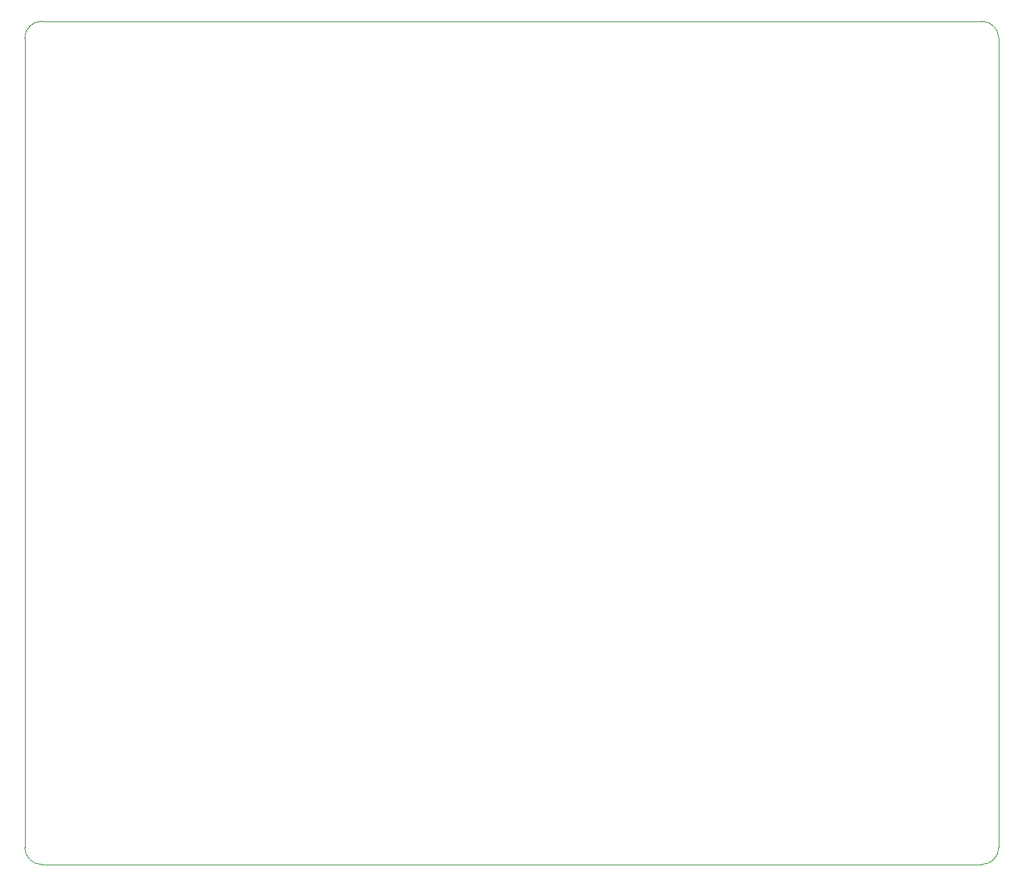
<source format=gm1>
G04 #@! TF.GenerationSoftware,KiCad,Pcbnew,(6.0.8)*
G04 #@! TF.CreationDate,2023-07-24T16:33:48+02:00*
G04 #@! TF.ProjectId,pisynthInv,70697379-6e74-4684-996e-762e6b696361,rev?*
G04 #@! TF.SameCoordinates,Original*
G04 #@! TF.FileFunction,Profile,NP*
%FSLAX46Y46*%
G04 Gerber Fmt 4.6, Leading zero omitted, Abs format (unit mm)*
G04 Created by KiCad (PCBNEW (6.0.8)) date 2023-07-24 16:33:48*
%MOMM*%
%LPD*%
G01*
G04 APERTURE LIST*
G04 #@! TA.AperFunction,Profile*
%ADD10C,0.100000*%
G04 #@! TD*
G04 APERTURE END LIST*
D10*
X136000000Y-35000000D02*
X24500000Y-35000000D01*
X24500000Y-35000000D02*
G75*
G03*
X22500000Y-37000000I0J-2000000D01*
G01*
X136000000Y-135000000D02*
G75*
G03*
X138000000Y-133000000I0J2000000D01*
G01*
X22500000Y-133000000D02*
G75*
G03*
X24500000Y-135000000I2000000J0D01*
G01*
X138000000Y-37000000D02*
G75*
G03*
X136000000Y-35000000I-2000000J0D01*
G01*
X138000000Y-133000000D02*
X138000000Y-37000000D01*
X24500000Y-135000000D02*
X136000000Y-135000000D01*
X22500000Y-37000000D02*
X22500000Y-133000000D01*
M02*

</source>
